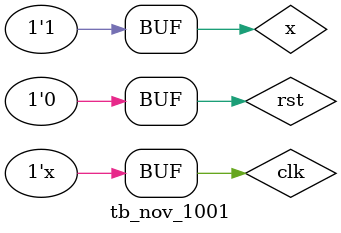
<source format=v>
`timescale 1ns/100ps
module tb_nov_1001;
  reg clk,rst,x;
  wire z;
  
  nov_sequence_1001 uut(clk,rst,x,z);
  always #5 clk=~clk;
  initial begin
    clk=1;rst=1;x=0;#10;
    rst=0;

    //Sequence: 0100100101001
    x=0;#10;
    x=1;#10;
    x=0;#10;
    x=0;#10;
    x=1;#10;
    x=0;#10;
    x=0;#10;
    x=1;#10;
    x=0;#10;
    x=1;#10;
    x=0;#10;
    x=0;#10;
    x=1;#10;
  end
endmodule

    
    
  
  

</source>
